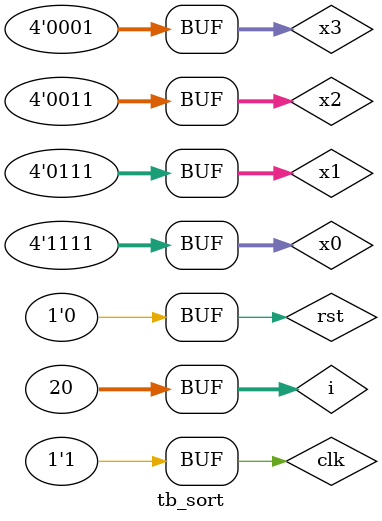
<source format=v>
`timescale 1ns / 1ps


module tb_sort( );
reg [3:0] x0,x1,x2,x3;
reg rst,clk;
wire [3:0] s0,s1,s2,s3;
wire done;
integer i;
sort DUT(x0,x1,x2,x3,rst,clk,s0,s1,s2,s3,done);
initial
begin
x0=4'b1111;
x1=4'b0111;
x2=4'b0011;
x3=4'b0001;
rst=1;
for(i=0;i<20;i=i+1)
    begin
    if(i==2) rst=0;
    clk=0;
    #5;
    clk=1;
    #5;
    end

end
endmodule

</source>
